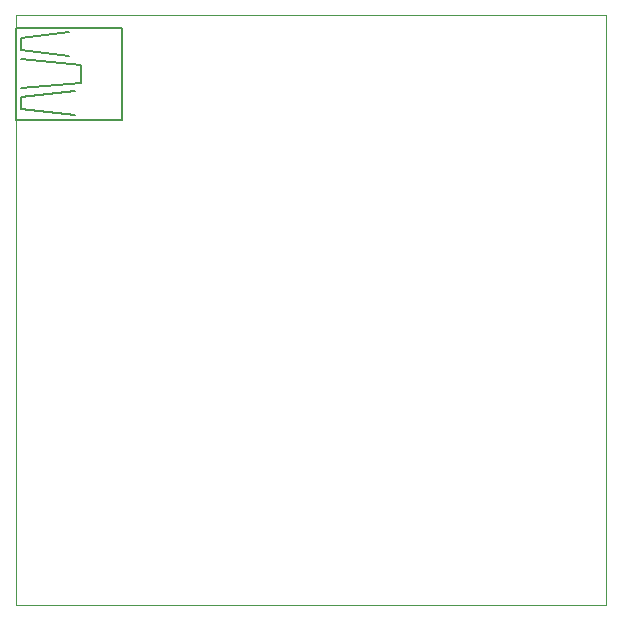
<source format=gbo>
G75*
%MOIN*%
%OFA0B0*%
%FSLAX25Y25*%
%IPPOS*%
%LPD*%
%AMOC8*
5,1,8,0,0,1.08239X$1,22.5*
%
%ADD10C,0.00000*%
%ADD11C,0.00500*%
D10*
X0003152Y0004300D02*
X0003152Y0201150D01*
X0200002Y0201150D01*
X0200002Y0004300D01*
X0003152Y0004300D01*
D11*
X0003073Y0166111D02*
X0038506Y0166111D01*
X0038506Y0196820D01*
X0003073Y0196820D01*
X0003073Y0166111D01*
X0005042Y0169654D02*
X0005042Y0173591D01*
X0022758Y0175560D01*
X0024727Y0178513D02*
X0005042Y0176544D01*
X0005042Y0169654D02*
X0022758Y0167686D01*
X0024727Y0178513D02*
X0024727Y0184418D01*
X0005042Y0186387D01*
X0005042Y0189339D02*
X0020790Y0187371D01*
X0020790Y0195245D02*
X0005042Y0193276D01*
X0005042Y0189339D01*
M02*

</source>
